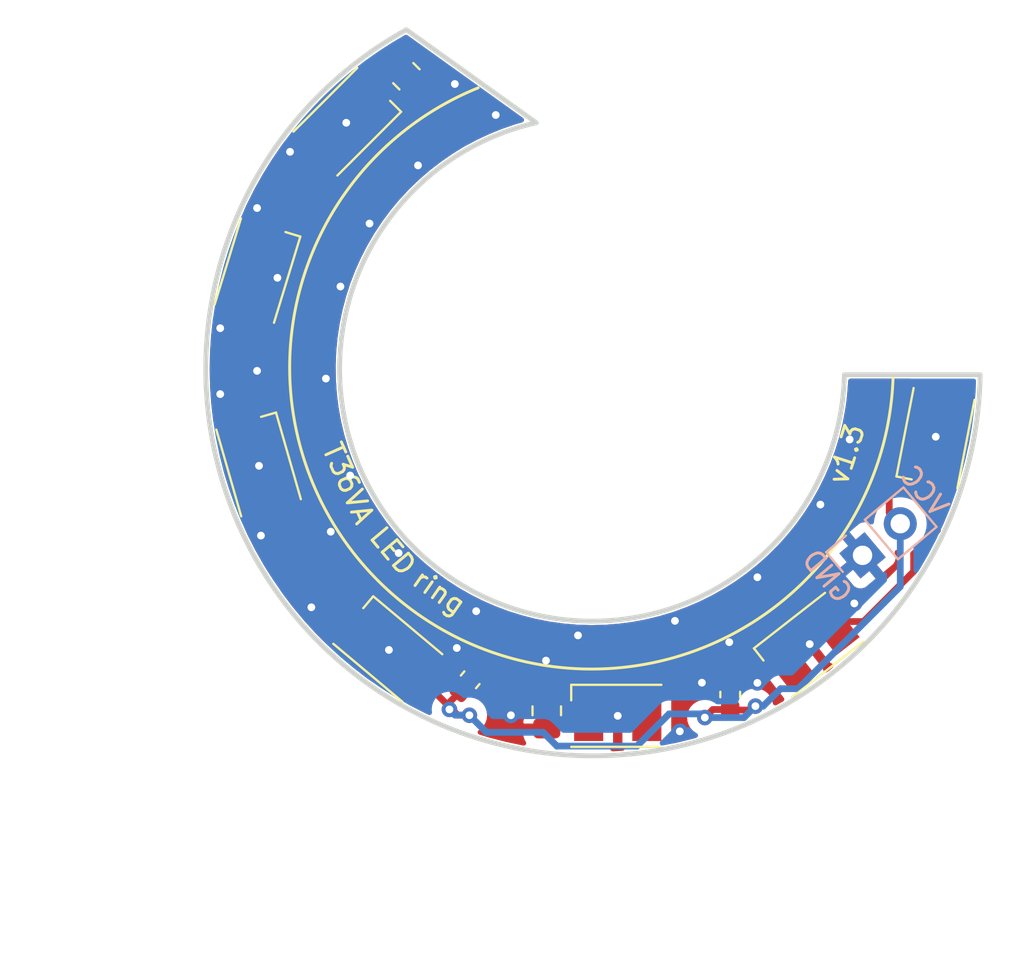
<source format=kicad_pcb>
(kicad_pcb (version 20221018) (generator pcbnew)
  (title_block (title "T36VA PnP Illumination Ring") (rev "1.3") (company "Psychogenic Technologies INC") (comment 1 "(C) 2023 Pat Deegan"))
  (layers (0 "F.Cu" signal) (31 "B.Cu" signal) (34 "B.Paste" user) (35 "F.Paste" user) (36 "B.SilkS" user "B.Silkscreen") (37 "F.SilkS" user "F.Silkscreen") (38 "B.Mask" user) (39 "F.Mask" user) (44 "Edge.Cuts" user))
  (net 0 "")
  (net 1 "VCC")
  (net 2 "Net-(D2-Pad1)")
  (net 3 "Net-(D1-Pad1)")
  (net 4 "Net-(D2-Pad2)")
  (net 5 "Net-(D4-Pad1)")
  (net 6 "Net-(D6-Pad1)")
  (net 7 "GND")
  (net 8 "Net-(D4-Pad2)")
  (net 9 "Net-(D6-Pad2)")
  (footprint "T36VAIllumFootprints:StitchingVia-0.4mmDrill" (layer "F.Cu") (at 74.275 68.24)
    (fp_text reference "REF**" hide)
    (fp_text value "StitchingVia-0.4mmDrill" hide)
    (pad "1" thru_hole circle (at 0 0) (size 0.82 0.82) (drill 0.4) (layers "*.Cu") (net 7 "GND"))
  )
  (footprint "T36VAIllumFootprints:StitchingVia-0.4mmDrill" (layer "F.Cu") (at 59.775 59.04)
    (fp_text reference "REF**" hide)
    (fp_text value "StitchingVia-0.4mmDrill" hide)
    (pad "1" thru_hole circle (at 0 0) (size 0.82 0.82) (drill 0.4) (layers "*.Cu") (net 7 "GND"))
  )
  (footprint "T36VAIllumFootprints:StitchingVia-0.4mmDrill" (layer "F.Cu") (at 69.025 63.29)
    (fp_text reference "REF**" hide)
    (fp_text value "StitchingVia-0.4mmDrill" hide)
    (pad "1" thru_hole circle (at 0 0) (size 0.82 0.82) (drill 0.4) (layers "*.Cu") (net 7 "GND"))
  )
  (footprint "T36VAIllumFootprints:StitchingVia-0.4mmDrill" (layer "F.Cu") (at 52.475 49.64)
    (fp_text reference "REF**" hide)
    (fp_text value "StitchingVia-0.4mmDrill" hide)
    (pad "1" thru_hole circle (at 0 0) (size 0.82 0.82) (drill 0.4) (layers "*.Cu") (net 7 "GND"))
  )
  (footprint "T36VAIllumFootprints:StitchingVia-0.4mmDrill" (layer "F.Cu") (at 62.675 34.84)
    (fp_text reference "REF**" hide)
    (fp_text value "StitchingVia-0.4mmDrill" hide)
    (pad "1" thru_hole circle (at 0 0) (size 0.82 0.82) (drill 0.4) (layers "*.Cu") (net 7 "GND"))
  )
  (footprint "T36VAIllumFootprints:StitchingVia-0.4mmDrill" (layer "F.Cu") (at 63.775 62.04)
    (fp_text reference "REF**" hide)
    (fp_text value "StitchingVia-0.4mmDrill" hide)
    (pad "1" thru_hole circle (at 0 0) (size 0.82 0.82) (drill 0.4) (layers "*.Cu") (net 7 "GND"))
  )
  (footprint "T36VAIllumFootprints:StitchingVia-0.4mmDrill" (layer "F.Cu") (at 62.775 63.94)
    (fp_text reference "REF**" hide)
    (fp_text value "StitchingVia-0.4mmDrill" hide)
    (pad "1" thru_hole circle (at 0 0) (size 0.82 0.82) (drill 0.4) (layers "*.Cu") (net 7 "GND"))
  )
  (footprint "T36VAIllumFootprints:StitchingVia-0.4mmDrill" (layer "F.Cu") (at 52.575 54.54)
    (fp_text reference "REF**" hide)
    (fp_text value "StitchingVia-0.4mmDrill" hide)
    (pad "1" thru_hole circle (at 0 0) (size 0.82 0.82) (drill 0.4) (layers "*.Cu") (net 7 "GND"))
  )
  (footprint "T36VAIllumFootprints:LED_PLCC-2" (layer "F.Cu") (at 52.575 54.54 -74)
    (fp_text reference "D2" hide)
    (fp_text value "LED")
    (fp_line (start -2.4 -1.6) (end -2.4 -0.8) (stroke (width 0.12)) (layer "F.SilkS"))
    (fp_line (start 2.25 -1.6) (end -2.4 -1.6) (stroke (width 0.12)) (layer "F.SilkS"))
    (fp_line (start 2.25 1.6) (end -2.4 1.6) (stroke (width 0.12)) (layer "F.SilkS"))
    (pad "1" smd rect (at -1.5 0 286) (size 1.5 2.6) (layers "F.Cu" "F.Paste" "F.Mask") (net 2 "Net-(D2-Pad1)"))
    (pad "2" smd rect (at 1.5 0 286) (size 1.5 2.6) (layers "F.Cu" "F.Paste" "F.Mask") (net 4 "Net-(D2-Pad2)"))
  )
  (footprint "T36VAIllumFootprints:StitchingVia-0.4mmDrill" (layer "F.Cu") (at 50.575 47.44)
    (fp_text reference "REF**" hide)
    (fp_text value "StitchingVia-0.4mmDrill" hide)
    (pad "1" thru_hole circle (at 0 0) (size 0.82 0.82) (drill 0.4) (layers "*.Cu") (net 7 "GND"))
  )
  (footprint "T36VAIllumFootprints:C_0603_1608Metric" (layer "F.Cu") (at 63.465 65.58 50)
    (fp_text reference "C1" hide)
    (fp_text value "C_100n_0603_50V")
    (fp_line (start -0.14058 -0.51) (end 0.14058 -0.51) (stroke (width 0.12)) (layer "F.SilkS"))
    (fp_line (start -0.14058 0.51) (end 0.14058 0.51) (stroke (width 0.12)) (layer "F.SilkS"))
    (pad "1" smd roundrect (at -0.775 0 50) (size 0.9 0.95) (layers "F.Cu" "F.Paste" "F.Mask") (net 1 "VCC"))
    (pad "2" smd roundrect (at 0.775 0 50) (size 0.9 0.95) (layers "F.Cu" "F.Paste" "F.Mask") (net 7 "GND"))
  )
  (footprint "T36VAIllumFootprints:LED_PLCC-2" (layer "F.Cu") (at 80.975 63.74 38)
    (fp_text reference "D7" hide)
    (fp_text value "LED")
    (fp_line (start -2.4 -1.6) (end -2.4 -0.8) (stroke (width 0.12)) (layer "F.SilkS"))
    (fp_line (start 2.25 -1.6) (end -2.4 -1.6) (stroke (width 0.12)) (layer "F.SilkS"))
    (fp_line (start 2.25 1.6) (end -2.4 1.6) (stroke (width 0.12)) (layer "F.SilkS"))
    (pad "1" smd rect (at -1.5 0 38) (size 1.5 2.6) (layers "F.Cu" "F.Paste" "F.Mask") (net 9 "Net-(D6-Pad2)"))
    (pad "2" smd rect (at 1.5 0 38) (size 1.5 2.6) (layers "F.Cu" "F.Paste" "F.Mask") (net 3 "Net-(D1-Pad1)"))
  )
  (footprint "T36VAIllumFootprints:StitchingVia-0.4mmDrill" (layer "F.Cu") (at 57.075 36.84)
    (fp_text reference "REF**" hide)
    (fp_text value "StitchingVia-0.4mmDrill" hide)
    (pad "1" thru_hole circle (at 0 0) (size 0.82 0.82) (drill 0.4) (layers "*.Cu") (net 7 "GND"))
  )
  (footprint "T36VAIllumFootprints:StitchingVia-0.4mmDrill" (layer "F.Cu") (at 50.575 50.84)
    (fp_text reference "REF**" hide)
    (fp_text value "StitchingVia-0.4mmDrill" hide)
    (pad "1" thru_hole circle (at 0 0) (size 0.82 0.82) (drill 0.4) (layers "*.Cu") (net 7 "GND"))
  )
  (footprint "T36VAIllumFootprints:StitchingVia-0.4mmDrill" (layer "F.Cu") (at 57.275 55.04)
    (fp_text reference "REF**" hide)
    (fp_text value "StitchingVia-0.4mmDrill" hide)
    (pad "1" thru_hole circle (at 0 0) (size 0.82 0.82) (drill 0.4) (layers "*.Cu") (net 7 "GND"))
  )
  (footprint "T36VAIllumFootprints:C_0603_1608Metric" (layer "F.Cu") (at 76.875 66.34 90)
    (fp_text reference "C2" hide)
    (fp_text value "C_1u_0603_50V")
    (fp_line (start -0.14058 -0.51) (end 0.14058 -0.51) (stroke (width 0.12)) (layer "F.SilkS"))
    (fp_line (start -0.14058 0.51) (end 0.14058 0.51) (stroke (width 0.12)) (layer "F.SilkS"))
    (pad "1" smd roundrect (at -0.775 0 90) (size 0.9 0.95) (layers "F.Cu" "F.Paste" "F.Mask") (net 1 "VCC"))
    (pad "2" smd roundrect (at 0.775 0 90) (size 0.9 0.95) (layers "F.Cu" "F.Paste" "F.Mask") (net 7 "GND"))
  )
  (footprint "T36VAIllumFootprints:StitchingVia-0.4mmDrill" (layer "F.Cu") (at 58.275 42.04)
    (fp_text reference "REF**" hide)
    (fp_text value "StitchingVia-0.4mmDrill" hide)
    (pad "1" thru_hole circle (at 0 0) (size 0.82 0.82) (drill 0.4) (layers "*.Cu") (net 7 "GND"))
  )
  (footprint "T36VAIllumFootprints:StitchingVia-0.4mmDrill" (layer "F.Cu") (at 76.825 63.64)
    (fp_text reference "REF**" hide)
    (fp_text value "StitchingVia-0.4mmDrill" hide)
    (pad "1" thru_hole circle (at 0 0) (size 0.82 0.82) (drill 0.4) (layers "*.Cu") (net 7 "GND"))
  )
  (footprint "T36VAIllumFootprints:StitchingVia-0.4mmDrill" (layer "F.Cu") (at 83.275 61.64)
    (fp_text reference "REF**" hide)
    (fp_text value "StitchingVia-0.4mmDrill" hide)
    (pad "1" thru_hole circle (at 0 0) (size 0.82 0.82) (drill 0.4) (layers "*.Cu") (net 7 "GND"))
  )
  (footprint "T36VAIllumFootprints:StitchingVia-0.4mmDrill" (layer "F.Cu") (at 64.785 36.44)
    (fp_text reference "REF**" hide)
    (fp_text value "StitchingVia-0.4mmDrill" hide)
    (pad "1" thru_hole circle (at 0 0) (size 0.82 0.82) (drill 0.4) (layers "*.Cu") (net 7 "GND"))
  )
  (footprint "T36VAIllumFootprints:StitchingVia-0.4mmDrill" (layer "F.Cu") (at 78.275 60.29)
    (fp_text reference "REF**" hide)
    (fp_text value "StitchingVia-0.4mmDrill" hide)
    (pad "1" thru_hole circle (at 0 0) (size 0.82 0.82) (drill 0.4) (layers "*.Cu") (net 7 "GND"))
  )
  (footprint "T36VAIllumFootprints:StitchingVia-0.4mmDrill" (layer "F.Cu") (at 81.525 56.54)
    (fp_text reference "REF**" hide)
    (fp_text value "StitchingVia-0.4mmDrill" hide)
    (pad "1" thru_hole circle (at 0 0) (size 0.82 0.82) (drill 0.4) (layers "*.Cu") (net 7 "GND"))
  )
  (footprint "T36VAIllumFootprints:LED_PLCC-2" (layer "F.Cu") (at 87.475 53.04 79)
    (fp_text reference "D1" hide)
    (fp_text value "LED")
    (fp_line (start -2.4 -1.6) (end -2.4 -0.8) (stroke (width 0.12)) (layer "F.SilkS"))
    (fp_line (start 2.25 -1.6) (end -2.4 -1.6) (stroke (width 0.12)) (layer "F.SilkS"))
    (fp_line (start 2.25 1.6) (end -2.4 1.6) (stroke (width 0.12)) (layer "F.SilkS"))
    (pad "1" smd rect (at -1.5 0 79) (size 1.5 2.6) (layers "F.Cu" "F.Paste" "F.Mask") (net 3 "Net-(D1-Pad1)"))
    (pad "2" smd rect (at 1.5 0 79) (size 1.5 2.6) (layers "F.Cu" "F.Paste" "F.Mask") (net 1 "VCC"))
  )
  (footprint "T36VAIllumFootprints:StitchingVia-0.4mmDrill" (layer "F.Cu") (at 80.975 63.74)
    (fp_text reference "REF**" hide)
    (fp_text value "StitchingVia-0.4mmDrill" hide)
    (pad "1" thru_hole circle (at 0 0) (size 0.82 0.82) (drill 0.4) (layers "*.Cu") (net 7 "GND"))
  )
  (footprint "T36VAIllumFootprints:StitchingVia-0.4mmDrill" (layer "F.Cu") (at 60.775 39.04)
    (fp_text reference "REF**" hide)
    (fp_text value "StitchingVia-0.4mmDrill" hide)
    (pad "1" thru_hole circle (at 0 0) (size 0.82 0.82) (drill 0.4) (layers "*.Cu") (net 7 "GND"))
  )
  (footprint "T36VAIllumFootprints:StitchingVia-0.4mmDrill" (layer "F.Cu") (at 56.275 57.94)
    (fp_text reference "REF**" hide)
    (fp_text value "StitchingVia-0.4mmDrill" hide)
    (pad "1" thru_hole circle (at 0 0) (size 0.82 0.82) (drill 0.4) (layers "*.Cu") (net 7 "GND"))
  )
  (footprint "T36VAIllumFootprints:LED_PLCC-2" (layer "F.Cu") (at 59.275 64.04 -40)
    (fp_text reference "D3" hide)
    (fp_text value "LED")
    (fp_line (start -2.4 -1.6) (end -2.4 -0.8) (stroke (width 0.12)) (layer "F.SilkS"))
    (fp_line (start 2.25 -1.6) (end -2.4 -1.6) (stroke (width 0.12)) (layer "F.SilkS"))
    (fp_line (start 2.25 1.6) (end -2.4 1.6) (stroke (width 0.12)) (layer "F.SilkS"))
    (pad "1" smd rect (at -1.5 0 320) (size 1.5 2.6) (layers "F.Cu" "F.Paste" "F.Mask") (net 4 "Net-(D2-Pad2)"))
    (pad "2" smd rect (at 1.5 0 320) (size 1.5 2.6) (layers "F.Cu" "F.Paste" "F.Mask") (net 1 "VCC"))
  )
  (footprint "T36VAIllumFootprints:R_0805_2012Metric" (layer "F.Cu") (at 67.415 67.18 -90)
    (fp_text reference "R2" hide)
    (fp_text value "90R")
    (fp_line (start -0.227064 -0.735) (end 0.227064 -0.735) (stroke (width 0.12)) (layer "F.SilkS"))
    (fp_line (start -0.227064 0.735) (end 0.227064 0.735) (stroke (width 0.12)) (layer "F.SilkS"))
    (pad "1" smd roundrect (at -0.9125 0 270) (size 1.025 1.4) (layers "F.Cu" "F.Paste" "F.Mask") (roundrect_rratio 0.243902439) (net 6 "Net-(D6-Pad1)"))
    (pad "2" smd roundrect (at 0.9125 0 270) (size 1.025 1.4) (layers "F.Cu" "F.Paste" "F.Mask") (roundrect_rratio 0.243902439) (net 7 "GND"))
  )
  (footprint "T36VAIllumFootprints:StitchingVia-0.4mmDrill" (layer "F.Cu") (at 53.525 44.84)
    (fp_text reference "REF**" hide)
    (fp_text value "StitchingVia-0.4mmDrill" hide)
    (pad "1" thru_hole circle (at 0 0) (size 0.82 0.82) (drill 0.4) (layers "*.Cu") (net 7 "GND"))
  )
  (footprint "T36VAIllumFootprints:StitchingVia-0.4mmDrill" (layer "F.Cu") (at 56.025 50.04)
    (fp_text reference "REF**" hide)
    (fp_text value "StitchingVia-0.4mmDrill" hide)
    (pad "1" thru_hole circle (at 0 0) (size 0.82 0.82) (drill 0.4) (layers "*.Cu") (net 7 "GND"))
  )
  (footprint "T36VAIllumFootprints:StitchingVia-0.4mmDrill" (layer "F.Cu") (at 54.175 38.34)
    (fp_text reference "REF**" hide)
    (fp_text value "StitchingVia-0.4mmDrill" hide)
    (pad "1" thru_hole circle (at 0 0) (size 0.82 0.82) (drill 0.4) (layers "*.Cu") (net 7 "GND"))
  )
  (footprint "T36VAIllumFootprints:StitchingVia-0.4mmDrill" (layer "F.Cu") (at 74.025 62.54)
    (fp_text reference "REF**" hide)
    (fp_text value "StitchingVia-0.4mmDrill" hide)
    (pad "1" thru_hole circle (at 0 0) (size 0.82 0.82) (drill 0.4) (layers "*.Cu") (net 7 "GND"))
  )
  (footprint "T36VAIllumFootprints:StitchingVia-0.4mmDrill" (layer "F.Cu") (at 52.675 58.14)
    (fp_text reference "REF**" hide)
    (fp_text value "StitchingVia-0.4mmDrill" hide)
    (pad "1" thru_hole circle (at 0 0) (size 0.82 0.82) (drill 0.4) (layers "*.Cu") (net 7 "GND"))
  )
  (footprint "T36VAIllumFootprints:StitchingVia-0.4mmDrill" (layer "F.Cu") (at 55.275 61.84)
    (fp_text reference "REF**" hide)
    (fp_text value "StitchingVia-0.4mmDrill" hide)
    (pad "1" thru_hole circle (at 0 0) (size 0.82 0.82) (drill 0.4) (layers "*.Cu") (net 7 "GND"))
  )
  (footprint "T36VAIllumFootprints:LED_PLCC-2" (layer "F.Cu") (at 57.075 36.84 -135)
    (fp_text reference "D4" hide)
    (fp_text value "LED")
    (fp_line (start -2.4 -1.6) (end -2.4 -0.8) (stroke (width 0.12)) (layer "F.SilkS"))
    (fp_line (start 2.25 -1.6) (end -2.4 -1.6) (stroke (width 0.12)) (layer "F.SilkS"))
    (fp_line (start 2.25 1.6) (end -2.4 1.6) (stroke (width 0.12)) (layer "F.SilkS"))
    (pad "1" smd rect (at -1.5 0 225) (size 1.5 2.6) (layers "F.Cu" "F.Paste" "F.Mask") (net 5 "Net-(D4-Pad1)"))
    (pad "2" smd rect (at 1.5 0 225) (size 1.5 2.6) (layers "F.Cu" "F.Paste" "F.Mask") (net 8 "Net-(D4-Pad2)"))
  )
  (footprint "T36VAIllumFootprints:Fiducial_1mm_Mask2mm" (layer "F.Cu") (at 62.475 37.14)
    (fp_text reference "FID3" hide)
    (fp_text value "Fiducial")
    (pad "" smd circle (at 0 0) (size 1 1) (layers "F.Cu" "F.Mask") (clearance 0.5))
  )
  (footprint "T36VAIllumFootprints:Fiducial_1mm_Mask2mm" (layer "F.Cu") (at 54.375 59.94)
    (fp_text reference "FID2" hide)
    (fp_text value "Fiducial")
    (pad "" smd circle (at 0 0) (size 1 1) (layers "F.Cu" "F.Mask") (clearance 0.5))
  )
  (footprint "T36VAIllumFootprints:StitchingVia-0.4mmDrill" (layer "F.Cu") (at 59.275 64.04)
    (fp_text reference "REF**" hide)
    (fp_text value "StitchingVia-0.4mmDrill" hide)
    (pad "1" thru_hole circle (at 0 0) (size 0.82 0.82) (drill 0.4) (layers "*.Cu") (net 7 "GND"))
  )
  (footprint "T36VAIllumFootprints:StitchingVia-0.4mmDrill" (layer "F.Cu") (at 65.565 67.41)
    (fp_text reference "REF**" hide)
    (fp_text value "StitchingVia-0.4mmDrill" hide)
    (pad "1" thru_hole circle (at 0 0) (size 0.82 0.82) (drill 0.4) (layers "*.Cu") (net 7 "GND"))
  )
  (footprint "T36VAIllumFootprints:LED_PLCC-2" (layer "F.Cu") (at 71.075 67.44)
    (fp_text reference "D6" hide)
    (fp_text value "LED")
    (fp_line (start -2.4 -1.6) (end -2.4 -0.8) (stroke (width 0.12)) (layer "F.SilkS"))
    (fp_line (start 2.25 -1.6) (end -2.4 -1.6) (stroke (width 0.12)) (layer "F.SilkS"))
    (fp_line (start 2.25 1.6) (end -2.4 1.6) (stroke (width 0.12)) (layer "F.SilkS"))
    (pad "1" smd rect (at -1.5 0) (size 1.5 2.6) (layers "F.Cu" "F.Paste" "F.Mask") (net 6 "Net-(D6-Pad1)"))
    (pad "2" smd rect (at 1.5 0) (size 1.5 2.6) (layers "F.Cu" "F.Paste" "F.Mask") (net 9 "Net-(D6-Pad2)"))
  )
  (footprint "T36VAIllumFootprints:StitchingVia-0.4mmDrill" (layer "F.Cu") (at 67.375 64.59)
    (fp_text reference "REF**" hide)
    (fp_text value "StitchingVia-0.4mmDrill" hide)
    (pad "1" thru_hole circle (at 0 0) (size 0.82 0.82) (drill 0.4) (layers "*.Cu") (net 7 "GND"))
  )
  (footprint "T36VAIllumFootprints:LED_PLCC-2" (layer "F.Cu") (at 52.475 44.54 -107)
    (fp_text reference "D5" hide)
    (fp_text value "LED")
    (fp_line (start -2.4 -1.6) (end -2.4 -0.8) (stroke (width 0.12)) (layer "F.SilkS"))
    (fp_line (start 2.25 -1.6) (end -2.4 -1.6) (stroke (width 0.12)) (layer "F.SilkS"))
    (fp_line (start 2.25 1.6) (end -2.4 1.6) (stroke (width 0.12)) (layer "F.SilkS"))
    (pad "1" smd rect (at -1.5 0 253) (size 1.5 2.6) (layers "F.Cu" "F.Paste" "F.Mask") (net 8 "Net-(D4-Pad2)"))
    (pad "2" smd rect (at 1.5 0 253) (size 1.5 2.6) (layers "F.Cu" "F.Paste" "F.Mask") (net 2 "Net-(D2-Pad1)"))
  )
  (footprint "T36VAIllumFootprints:StitchingVia-0.4mmDrill" (layer "F.Cu") (at 71.075 67.44)
    (fp_text reference "REF**" hide)
    (fp_text value "StitchingVia-0.4mmDrill" hide)
    (pad "1" thru_hole circle (at 0 0) (size 0.82 0.82) (drill 0.4) (layers "*.Cu") (net 7 "GND"))
  )
  (footprint "T36VAIllumFootprints:StitchingVia-0.4mmDrill" (layer "F.Cu") (at 52.475 41.24)
    (fp_text reference "REF**" hide)
    (fp_text value "StitchingVia-0.4mmDrill" hide)
    (pad "1" thru_hole circle (at 0 0) (size 0.82 0.82) (drill 0.4) (layers "*.Cu") (net 7 "GND"))
  )
  (footprint "T36VAIllumFootprints:StitchingVia-0.4mmDrill" (layer "F.Cu") (at 83.035 53.18)
    (fp_text reference "REF**" hide)
    (fp_text value "StitchingVia-0.4mmDrill" hide)
    (pad "1" thru_hole circle (at 0 0) (size 0.82 0.82) (drill 0.4) (layers "*.Cu") (net 7 "GND"))
  )
  (footprint "T36VAIllumFootprints:Fiducial_1mm_Mask2mm" (layer "F.Cu") (at 84.075 51.44)
    (fp_text reference "FID1" hide)
    (fp_text value "Fiducial")
    (pad "" smd circle (at 0 0) (size 1 1) (layers "F.Cu" "F.Mask") (clearance 0.5))
  )
  (footprint "T36VAIllumFootprints:StitchingVia-0.4mmDrill" (layer "F.Cu") (at 87.475 53.04)
    (fp_text reference "REF**" hide)
    (fp_text value "StitchingVia-0.4mmDrill" hide)
    (pad "1" thru_hole circle (at 0 0) (size 0.82 0.82) (drill 0.4) (layers "*.Cu") (net 7 "GND"))
  )
  (footprint "T36VAIllumFootprints:StitchingVia-0.4mmDrill" (layer "F.Cu") (at 56.775 45.29)
    (fp_text reference "REF**" hide)
    (fp_text value "StitchingVia-0.4mmDrill" hide)
    (pad "1" thru_hole circle (at 0 0) (size 0.82 0.82) (drill 0.4) (layers "*.Cu") (net 7 "GND"))
  )
  (footprint "T36VAIllumFootprints:R_0805_2012Metric" (layer "F.Cu") (at 60.175 34.44 -45)
    (fp_text reference "R1" hide)
    (fp_text value "90R")
    (fp_line (start -0.227064 -0.735) (end 0.227064 -0.735) (stroke (width 0.12)) (layer "F.SilkS"))
    (fp_line (start -0.227064 0.735) (end 0.227064 0.735) (stroke (width 0.12)) (layer "F.SilkS"))
    (pad "1" smd roundrect (at -0.9125 0 315) (size 1.025 1.4) (layers "F.Cu" "F.Paste" "F.Mask") (roundrect_rratio 0.243902439) (net 5 "Net-(D4-Pad1)"))
    (pad "2" smd roundrect (at 0.9125 0 315) (size 1.025 1.4) (layers "F.Cu" "F.Paste" "F.Mask") (roundrect_rratio 0.243902439) (net 7 "GND"))
  )
  (footprint "T36VAIllumFootprints:PinHeader_1x02_P2.54mm_Vertical" (layer "B.Cu") (at 83.698294 59.159554 -50)
    (fp_text reference "J1" hide)
    (fp_text value "Conn_01x02")
    (fp_line (start -1.33 -3.87) (end 1.33 -3.87) (stroke (width 0.12)) (layer "B.SilkS"))
    (fp_line (start -1.33 -1.27) (end -1.33 -3.87) (stroke (width 0.12)) (layer "B.SilkS"))
    (fp_line (start -1.33 -1.27) (end 1.33 -1.27) (stroke (width 0.12)) (layer "B.SilkS"))
    (fp_line (start -1.33 0) (end -1.33 1.33) (stroke (width 0.12)) (layer "B.SilkS"))
    (fp_line (start -1.33 1.33) (end 0 1.33) (stroke (width 0.12)) (layer "B.SilkS"))
    (fp_line (start 1.33 -1.27) (end 1.33 -3.87) (stroke (width 0.12)) (layer "B.SilkS"))
    (pad "1" thru_hole rect (at 0 0 310) (size 1.7 1.7) (drill 1) (layers "*.Cu" "*.Mask") (net 7 "GND"))
    (pad "2" thru_hole oval (at 0 -2.54 310) (size 1.7 1.7) (drill 1) (layers "*.Cu" "*.Mask") (net 1 "VCC"))
  )
  (gr_arc (start 85.275 49.94) (mid 60.826823 62.235705) (end 63.875 35.04) (stroke (width 0.15)) (layer "F.SilkS"))
  (gr_arc (start 82.765 49.84) (mid 61.50696 59.612631) (end 66.875 36.84) (stroke (width 0.25)) (layer "Edge.Cuts"))
  (gr_line (start 82.765 49.84) (end 89.764999 49.84) (stroke (width 0.25)) (layer "Edge.Cuts"))
  (gr_arc (start 89.765 49.84) (mid 59.505679 66.647221) (end 60.175 32.04) (stroke (width 0.25)) (layer "Edge.Cuts"))
  (gr_line (start 60.175 32.04) (end 66.875 36.84) (stroke (width 0.25)) (layer "Edge.Cuts"))
  (gr_text "VCC" (at 86.875 55.84 -50) (layer "B.SilkS") (effects (font (size 1 1)) (justify mirror)))
  (gr_text "GND" (at 81.875 60.24 -50) (layer "B.SilkS") (effects (font (size 1 1)) (justify mirror)))
  (gr_text "ring" (at 61.875 61.04 325) (layer "F.SilkS") (effects (font (size 1 1))))
  (gr_text "LED" (at 59.475 58.94 310) (layer "F.SilkS") (effects (font (size 1 1))))
  (gr_text "T36VA" (at 57.175 55.44 294) (layer "F.SilkS") (effects (font (size 1 1))))
  (gr_text "v1.3" (at 82.875 53.94 72) (layer "F.SilkS") (effects (font (size 1 1))))
  (segment (start 85.075 53.74) (end 87.247441 51.567559) (width 0.35) (layer "F.Cu") (net 1))
  (segment (start 63.425 67.41) (end 62.829886 67.41) (width 0.35) (layer "F.Cu") (net 1))
  (segment (start 78.175 66.94) (end 77.975 67.14) (width 0.35) (layer "F.Cu") (net 1))
  (segment (start 85.644047 57.526873) (end 85.075 56.957826) (width 0.35) (layer "F.Cu") (net 1))
  (segment (start 76.9 67.14) (end 76.875 67.115) (width 0.35) (layer "F.Cu") (net 1))
  (segment (start 62.395 66.745524) (end 62.395 67.11) (width 0.35) (layer "F.Cu") (net 1))
  (segment (start 62.96684 66.173684) (end 62.395 66.745524) (width 0.35) (layer "F.Cu") (net 1))
  (segment (start 75.98 67.115) (end 75.565 67.53) (width 0.35) (layer "F.Cu") (net 1))
  (segment (start 62.829886 67.41) (end 60.424067 65.004181) (width 0.35) (layer "F.Cu") (net 1))
  (segment (start 85.075 56.957826) (end 85.075 53.74) (width 0.35) (layer "F.Cu") (net 1))
  (segment (start 87.247441 51.567559) (end 87.761213 51.567559) (width 0.35) (layer "F.Cu") (net 1))
  (segment (start 77.975 67.14) (end 76.9 67.14) (width 0.35) (layer "F.Cu") (net 1))
  (segment (start 76.875 67.115) (end 75.98 67.115) (width 0.35) (layer "F.Cu") (net 1))
  (via (at 63.425 67.41) (size 0.8) (drill 0.4) (layers "F.Cu" "B.Cu") (net 1))
  (via (at 78.175 66.94) (size 0.8) (drill 0.4) (layers "F.Cu" "B.Cu") (net 1))
  (via (at 62.395 67.11) (size 0.8) (drill 0.4) (layers "F.Cu" "B.Cu") (net 1))
  (via (at 75.565 67.53) (size 0.8) (drill 0.4) (layers "F.Cu" "B.Cu") (net 1))
  (segment (start 62.685 67.4) (end 63.415 67.4) (width 0.35) (layer "B.Cu") (net 1))
  (segment (start 85.644047 60.770953) (end 80.375 66.04) (width 0.35) (layer "B.Cu") (net 1))
  (segment (start 77.585 67.53) (end 75.565 67.53) (width 0.35) (layer "B.Cu") (net 1))
  (segment (start 75.565 67.53) (end 75.375 67.34) (width 0.35) (layer "B.Cu") (net 1))
  (segment (start 78.575 66.94) (end 78.175 66.94) (width 0.35) (layer "B.Cu") (net 1))
  (segment (start 67.225 68.29) (end 64.305 68.29) (width 0.35) (layer "B.Cu") (net 1))
  (segment (start 72.065 69) (end 67.935 69) (width 0.35) (layer "B.Cu") (net 1))
  (segment (start 78.175 66.94) (end 77.585 67.53) (width 0.35) (layer "B.Cu") (net 1))
  (segment (start 79.475 66.04) (end 78.575 66.94) (width 0.35) (layer "B.Cu") (net 1))
  (segment (start 80.375 66.04) (end 79.475 66.04) (width 0.35) (layer "B.Cu") (net 1))
  (segment (start 62.395 67.11) (end 62.685 67.4) (width 0.35) (layer "B.Cu") (net 1))
  (segment (start 85.644047 57.526873) (end 85.644047 60.770953) (width 0.35) (layer "B.Cu") (net 1))
  (segment (start 67.935 69) (end 67.225 68.29) (width 0.35) (layer "B.Cu") (net 1))
  (segment (start 73.725 67.34) (end 72.065 69) (width 0.35) (layer "B.Cu") (net 1))
  (segment (start 75.375 67.34) (end 73.725 67.34) (width 0.35) (layer "B.Cu") (net 1))
  (segment (start 64.305 68.29) (end 63.425 67.41) (width 0.35) (layer "B.Cu") (net 1))
  (segment (start 63.415 67.4) (end 63.425 67.41) (width 0.35) (layer "B.Cu") (net 1))
  (segment (start 51.475 52.17934) (end 51.475 46.90066) (width 0.35) (layer "F.Cu") (net 2))
  (segment (start 51.475 46.90066) (end 52.386771 45.988889) (width 0.35) (layer "F.Cu") (net 2))
  (segment (start 52.386771 53.091111) (end 51.475 52.17934) (width 0.35) (layer "F.Cu") (net 2))
  (segment (start 83.749181 62.575819) (end 81.924067 62.575819) (width 0.35) (layer "F.Cu") (net 3))
  (segment (start 87.555 54.657684) (end 87.555 57.87) (width 0.35) (layer "F.Cu") (net 3))
  (segment (start 87.188787 54.512441) (end 87.409757 54.512441) (width 0.35) (layer "F.Cu") (net 3))
  (segment (start 86.335 59.09) (end 86.335 59.99) (width 0.35) (layer "F.Cu") (net 3))
  (segment (start 87.555 57.87) (end 86.335 59.09) (width 0.35) (layer "F.Cu") (net 3))
  (segment (start 87.409757 54.512441) (end 87.555 54.657684) (width 0.35) (layer "F.Cu") (net 3))
  (segment (start 86.335 59.99) (end 83.749181 62.575819) (width 0.35) (layer "F.Cu") (net 3))
  (segment (start 58.125933 60.951593) (end 53.163229 55.988889) (width 0.35) (layer "F.Cu") (net 4))
  (segment (start 58.125933 63.075819) (end 58.125933 60.951593) (width 0.35) (layer "F.Cu") (net 4))
  (segment (start 58.23566 35.87934) (end 58.23566 35.08887) (width 0.35) (layer "F.Cu") (net 5))
  (segment (start 58.23566 35.08887) (end 59.529765 33.794765) (width 0.35) (layer "F.Cu") (net 5))
  (segment (start 69.575 67.44) (end 69.275 67.14) (width 0.35) (layer "F.Cu") (net 6))
  (segment (start 67.415 66.2675) (end 68.0875 66.94) (width 0.35) (layer "F.Cu") (net 6))
  (segment (start 69.275 67.14) (end 69.275 66.94) (width 0.35) (layer "F.Cu") (net 6))
  (segment (start 68.0875 66.94) (end 69.275 66.94) (width 0.35) (layer "F.Cu") (net 6))
  (segment (start 63.821316 64.986316) (end 62.775 63.94) (width 0.35) (layer "F.Cu") (net 7))
  (segment (start 63.96316 64.986316) (end 63.821316 64.986316) (width 0.35) (layer "F.Cu") (net 7))
  (segment (start 60.820235 35.085235) (end 60.820235 35.079765) (width 0.25) (layer "F.Cu") (net 7))
  (segment (start 66.2475 68.0925) (end 65.565 67.41) (width 0.35) (layer "F.Cu") (net 7))
  (segment (start 75.415 65.73) (end 75.575 65.57) (width 0.35) (layer "F.Cu") (net 7))
  (segment (start 75.575 65.57) (end 76.87 65.57) (width 0.35) (layer "F.Cu") (net 7))
  (segment (start 78.1 65.565) (end 78.275 65.74) (width 0.35) (layer "F.Cu") (net 7))
  (segment (start 76.875 65.565) (end 78.1 65.565) (width 0.35) (layer "F.Cu") (net 7))
  (segment (start 67.415 68.0925) (end 66.2475 68.0925) (width 0.35) (layer "F.Cu") (net 7))
  (segment (start 76.87 65.57) (end 76.875 65.565) (width 0.35) (layer "F.Cu") (net 7))
  (segment (start 60.820235 35.079765) (end 61.8 34.1) (width 0.25) (layer "F.Cu") (net 7))
  (via (at 78.275 65.74) (size 0.8) (drill 0.4) (layers "F.Cu" "B.Cu") (net 7))
  (via (at 75.415 65.73) (size 0.8) (drill 0.4) (layers "F.Cu" "B.Cu") (net 7))
  (segment (start 56.11434 40.14) (end 56.11434 38.00066) (width 0.35) (layer "F.Cu") (net 8))
  (segment (start 53.163229 43.091111) (end 56.11434 40.14) (width 0.35) (layer "F.Cu") (net 8))
  (segment (start 74.760819 64.504181) (end 72.575 66.69) (width 0.35) (layer "F.Cu") (net 9))
  (segment (start 72.575 66.69) (end 72.575 67.44) (width 0.35) (layer "F.Cu") (net 9))
  (segment (start 79.625933 64.504181) (end 74.760819 64.504181) (width 0.35) (layer "F.Cu") (net 9))
  (zone (net 7) (net_name "GND") (layers "F&B.Cu") (connect_pads (clearance 0.508)) (min_thickness 0.254) (fill yes (thermal_gap 0.508) (thermal_bridge_width 0.508))
    (polygon (pts (xy 92.030839 72.006058) (xy 48.030839 72.006058) (xy 48.030839 30.506058) (xy 91.030839 30.506058)))
  )
)
</source>
